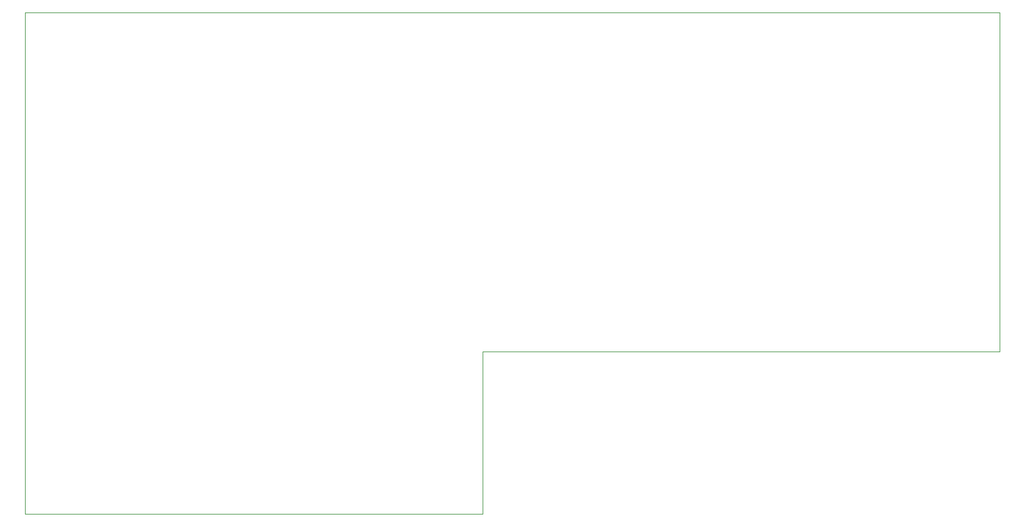
<source format=gbr>
G04 #@! TF.FileFunction,Profile,NP*
%FSLAX46Y46*%
G04 Gerber Fmt 4.6, Leading zero omitted, Abs format (unit mm)*
G04 Created by KiCad (PCBNEW 4.0.5+dfsg1-4~bpo8+1) date Mon Sep 25 13:54:36 2017*
%MOMM*%
%LPD*%
G01*
G04 APERTURE LIST*
%ADD10C,0.100000*%
G04 APERTURE END LIST*
D10*
X184000000Y-102000000D02*
X184000000Y-56000000D01*
X114000000Y-102000000D02*
X184000000Y-102000000D01*
X114000000Y-124000000D02*
X114000000Y-102000000D01*
X52000000Y-124000000D02*
X114000000Y-124000000D01*
X52000000Y-56000000D02*
X184000000Y-56000000D01*
X52000000Y-124000000D02*
X52000000Y-56000000D01*
M02*

</source>
